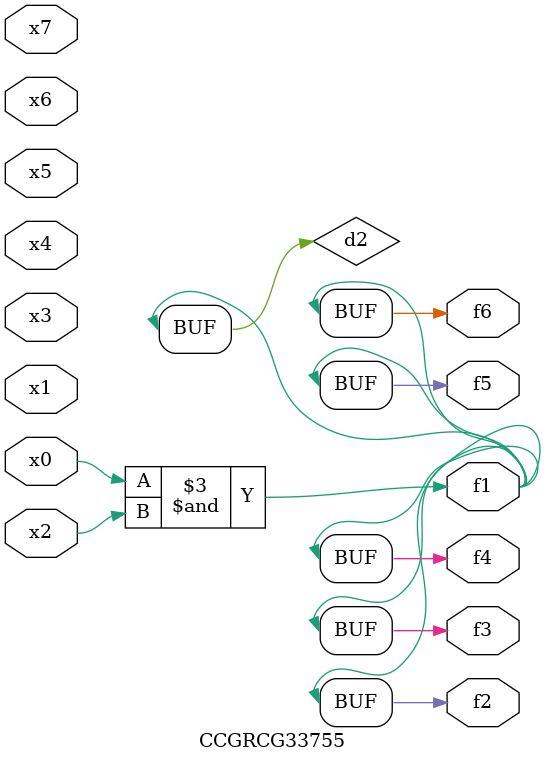
<source format=v>
module CCGRCG33755(
	input x0, x1, x2, x3, x4, x5, x6, x7,
	output f1, f2, f3, f4, f5, f6
);

	wire d1, d2;

	nor (d1, x3, x6);
	and (d2, x0, x2);
	assign f1 = d2;
	assign f2 = d2;
	assign f3 = d2;
	assign f4 = d2;
	assign f5 = d2;
	assign f6 = d2;
endmodule

</source>
